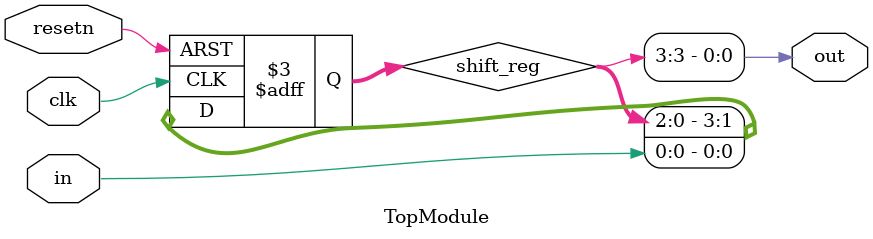
<source format=sv>


module TopModule (
  input clk,
  input resetn,
  input in,
  output out
);

  reg [3:0] shift_reg;

  always @(posedge clk or negedge resetn) begin
    if (!resetn)
      shift_reg <= 4'b0000;
    else
      shift_reg <= {shift_reg[2:0], in};
  end

  assign out = shift_reg[3];

endmodule

</source>
